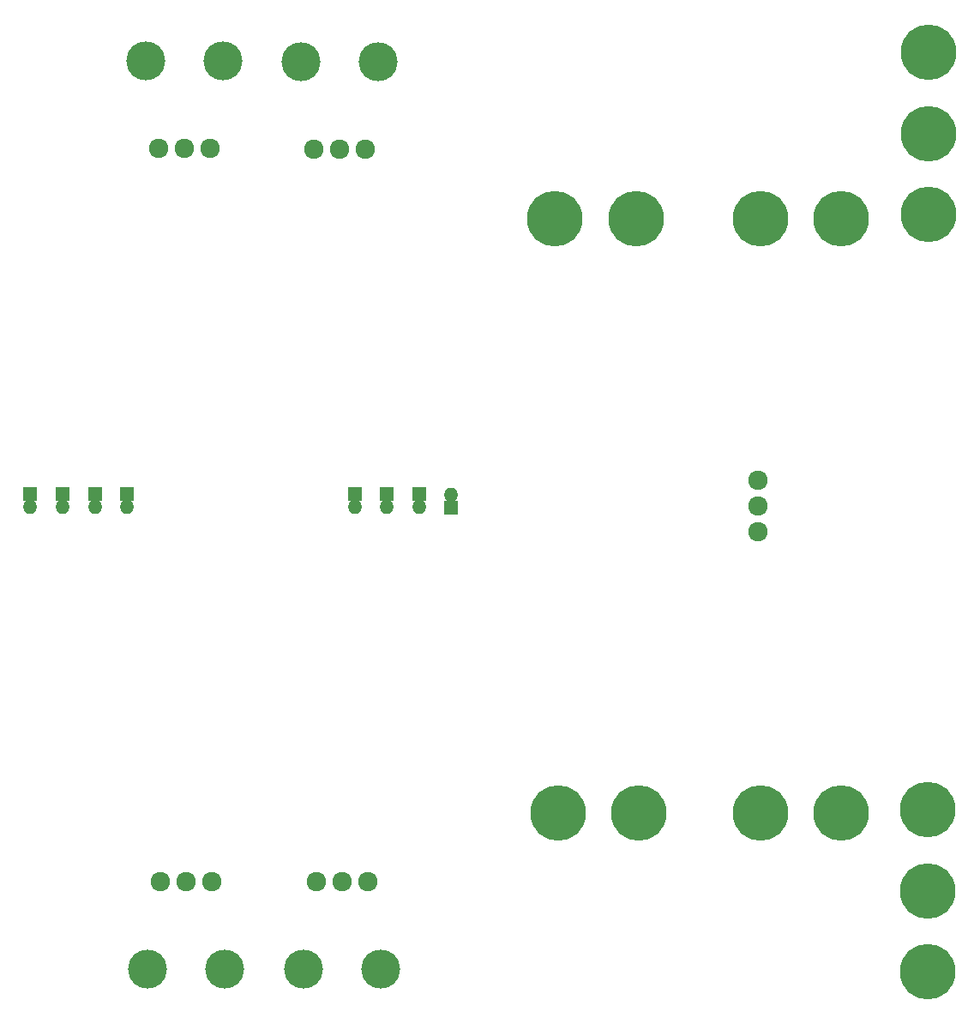
<source format=gbr>
G04 #@! TF.FileFunction,Soldermask,Bot*
%FSLAX46Y46*%
G04 Gerber Fmt 4.6, Leading zero omitted, Abs format (unit mm)*
G04 Created by KiCad (PCBNEW 4.0.7) date 04/15/18 20:15:51*
%MOMM*%
%LPD*%
G01*
G04 APERTURE LIST*
%ADD10C,0.100000*%
%ADD11C,5.480000*%
%ADD12R,1.400000X1.400000*%
%ADD13O,1.400000X1.400000*%
%ADD14C,1.924000*%
%ADD15C,3.850000*%
G04 APERTURE END LIST*
D10*
D11*
X224028000Y-40388000D03*
X224028000Y-48387000D03*
X224028000Y-56388000D03*
X207364600Y-56794400D03*
X215365600Y-56794400D03*
X195403200Y-115468400D03*
X187402200Y-115468400D03*
X187096400Y-56819800D03*
X195097400Y-56819800D03*
X215393000Y-115519200D03*
X207392000Y-115519200D03*
D12*
X144856200Y-83997800D03*
D13*
X144856200Y-85267800D03*
D12*
X141681200Y-83997800D03*
D13*
X141681200Y-85267800D03*
D12*
X176860200Y-85344000D03*
D13*
X176860200Y-84074000D03*
D12*
X173685200Y-84023200D03*
D13*
X173685200Y-85293200D03*
D12*
X138480800Y-83972400D03*
D13*
X138480800Y-85242400D03*
D12*
X135305800Y-83972400D03*
D13*
X135305800Y-85242400D03*
D12*
X170510200Y-84023200D03*
D13*
X170510200Y-85293200D03*
D12*
X167335200Y-84023200D03*
D13*
X167335200Y-85293200D03*
D14*
X153187400Y-122275600D03*
X150647400Y-122275600D03*
X148107400Y-122275600D03*
D15*
X154457400Y-130911600D03*
X146837400Y-130911600D03*
D14*
X163271200Y-49911000D03*
X165811200Y-49911000D03*
X168351200Y-49911000D03*
D15*
X162001200Y-41275000D03*
X169621200Y-41275000D03*
D14*
X147955000Y-49860200D03*
X150495000Y-49860200D03*
X153035000Y-49860200D03*
D15*
X146685000Y-41224200D03*
X154305000Y-41224200D03*
D14*
X168605200Y-122275600D03*
X166065200Y-122275600D03*
X163525200Y-122275600D03*
D15*
X169875200Y-130911600D03*
X162255200Y-130911600D03*
D14*
X207111600Y-82626200D03*
X207111600Y-85166200D03*
X207111600Y-87706200D03*
D11*
X223951800Y-115164600D03*
X223951800Y-123163600D03*
X223951800Y-131164600D03*
M02*

</source>
